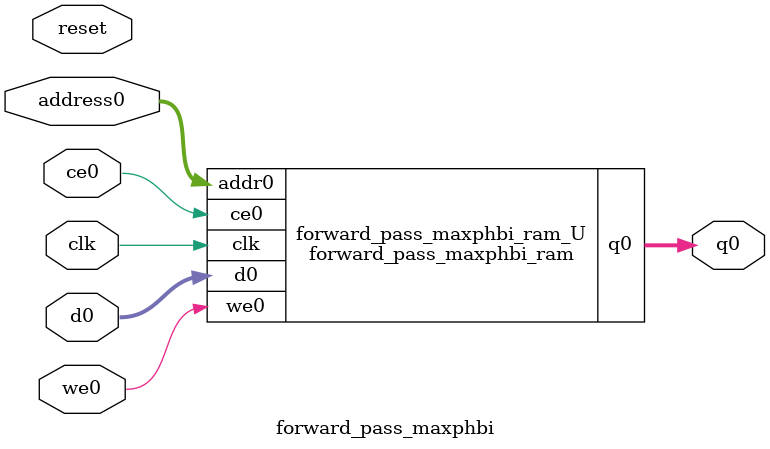
<source format=v>
`timescale 1 ns / 1 ps
module forward_pass_maxphbi_ram (addr0, ce0, d0, we0, q0,  clk);

parameter DWIDTH = 16;
parameter AWIDTH = 8;
parameter MEM_SIZE = 144;

input[AWIDTH-1:0] addr0;
input ce0;
input[DWIDTH-1:0] d0;
input we0;
output reg[DWIDTH-1:0] q0;
input clk;

(* ram_style = "block" *)reg [DWIDTH-1:0] ram[0:MEM_SIZE-1];




always @(posedge clk)  
begin 
    if (ce0) 
    begin
        if (we0) 
        begin 
            ram[addr0] <= d0; 
        end 
        q0 <= ram[addr0];
    end
end


endmodule

`timescale 1 ns / 1 ps
module forward_pass_maxphbi(
    reset,
    clk,
    address0,
    ce0,
    we0,
    d0,
    q0);

parameter DataWidth = 32'd16;
parameter AddressRange = 32'd144;
parameter AddressWidth = 32'd8;
input reset;
input clk;
input[AddressWidth - 1:0] address0;
input ce0;
input we0;
input[DataWidth - 1:0] d0;
output[DataWidth - 1:0] q0;



forward_pass_maxphbi_ram forward_pass_maxphbi_ram_U(
    .clk( clk ),
    .addr0( address0 ),
    .ce0( ce0 ),
    .we0( we0 ),
    .d0( d0 ),
    .q0( q0 ));

endmodule


</source>
